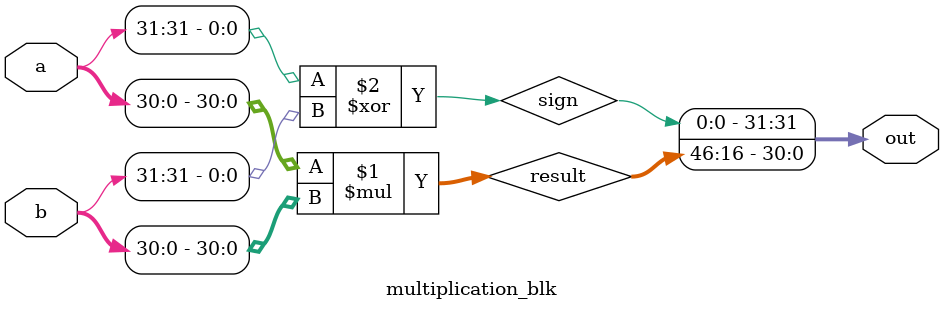
<source format=v>
`timescale 1ns / 1ps

module multiplication_blk(
    input [31:0] a,
    input [31:0] b,
    output [31:0] out
    );
    wire [61:0] result;
    wire sign;
    assign result  = a[30:0] * b[30:0];
    assign sign = a[31] ^ b[31];
    assign out = {sign, result[46:16]};
endmodule

</source>
